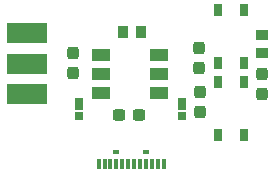
<source format=gbr>
%TF.GenerationSoftware,KiCad,Pcbnew,(7.0.0)*%
%TF.CreationDate,2023-10-08T10:18:40-07:00*%
%TF.ProjectId,Dot-LED,446f742d-4c45-4442-9e6b-696361645f70,rev?*%
%TF.SameCoordinates,Original*%
%TF.FileFunction,Paste,Top*%
%TF.FilePolarity,Positive*%
%FSLAX46Y46*%
G04 Gerber Fmt 4.6, Leading zero omitted, Abs format (unit mm)*
G04 Created by KiCad (PCBNEW (7.0.0)) date 2023-10-08 10:18:40*
%MOMM*%
%LPD*%
G01*
G04 APERTURE LIST*
G04 Aperture macros list*
%AMRoundRect*
0 Rectangle with rounded corners*
0 $1 Rounding radius*
0 $2 $3 $4 $5 $6 $7 $8 $9 X,Y pos of 4 corners*
0 Add a 4 corners polygon primitive as box body*
4,1,4,$2,$3,$4,$5,$6,$7,$8,$9,$2,$3,0*
0 Add four circle primitives for the rounded corners*
1,1,$1+$1,$2,$3*
1,1,$1+$1,$4,$5*
1,1,$1+$1,$6,$7*
1,1,$1+$1,$8,$9*
0 Add four rect primitives between the rounded corners*
20,1,$1+$1,$2,$3,$4,$5,0*
20,1,$1+$1,$4,$5,$6,$7,0*
20,1,$1+$1,$6,$7,$8,$9,0*
20,1,$1+$1,$8,$9,$2,$3,0*%
G04 Aperture macros list end*
%ADD10RoundRect,0.237500X0.237500X-0.300000X0.237500X0.300000X-0.237500X0.300000X-0.237500X-0.300000X0*%
%ADD11R,0.700000X1.000000*%
%ADD12R,0.800000X1.050000*%
%ADD13R,0.800000X0.650000*%
%ADD14R,3.400000X1.800000*%
%ADD15R,0.500000X0.400000*%
%ADD16R,0.300000X0.900000*%
%ADD17R,0.900000X1.000000*%
%ADD18R,1.000000X0.900000*%
%ADD19RoundRect,0.237500X-0.237500X0.300000X-0.237500X-0.300000X0.237500X-0.300000X0.237500X0.300000X0*%
%ADD20RoundRect,0.237500X0.300000X0.237500X-0.300000X0.237500X-0.300000X-0.237500X0.300000X-0.237500X0*%
%ADD21R,1.500000X1.000000*%
G04 APERTURE END LIST*
D10*
%TO.C,C12*%
X121850000Y-56562500D03*
X121850000Y-54837500D03*
%TD*%
D11*
%TO.C,S2*%
X136274999Y-51199999D03*
X136274999Y-55699999D03*
X134124999Y-51199999D03*
X134124999Y-55699999D03*
%TD*%
D10*
%TO.C,C13*%
X132500000Y-56162500D03*
X132500000Y-54437500D03*
%TD*%
%TO.C,C9*%
X137800000Y-58362500D03*
X137800000Y-56637500D03*
%TD*%
D11*
%TO.C,S1*%
X136274999Y-57349999D03*
X136274999Y-61849999D03*
X134124999Y-57349999D03*
X134124999Y-61849999D03*
%TD*%
D12*
%TO.C,D2*%
X122349999Y-59174999D03*
D13*
X122349999Y-60224999D03*
%TD*%
D14*
%TO.C,GND1*%
X117899999Y-53149999D03*
%TD*%
D15*
%TO.C,P1*%
X125499999Y-63249999D03*
X127999999Y-63249999D03*
D16*
X123999999Y-64229999D03*
X124499999Y-64229999D03*
X124999999Y-64229999D03*
X125499999Y-64229999D03*
X125999999Y-64229999D03*
X126499999Y-64229999D03*
X126999999Y-64229999D03*
X127499999Y-64229999D03*
X127999999Y-64229999D03*
X128499999Y-64229999D03*
X128999999Y-64229999D03*
X129499999Y-64229999D03*
%TD*%
D17*
%TO.C,R1*%
X127549999Y-53099999D03*
X126049999Y-53099999D03*
%TD*%
D14*
%TO.C,VCC1*%
X117949999Y-58349999D03*
%TD*%
D18*
%TO.C,R2*%
X137799999Y-54849999D03*
X137799999Y-53349999D03*
%TD*%
D14*
%TO.C,Data1*%
X117949999Y-55799999D03*
%TD*%
D19*
%TO.C,C8*%
X132550000Y-58137500D03*
X132550000Y-59862500D03*
%TD*%
D20*
%TO.C,C17*%
X127412500Y-60150000D03*
X125687500Y-60150000D03*
%TD*%
D21*
%TO.C,D4*%
X124199999Y-55049999D03*
X124199999Y-56649999D03*
X124199999Y-58249999D03*
X129099999Y-58249999D03*
X129099999Y-56649999D03*
X129099999Y-55049999D03*
%TD*%
D12*
%TO.C,D1*%
X131049999Y-59174999D03*
D13*
X131049999Y-60224999D03*
%TD*%
M02*

</source>
